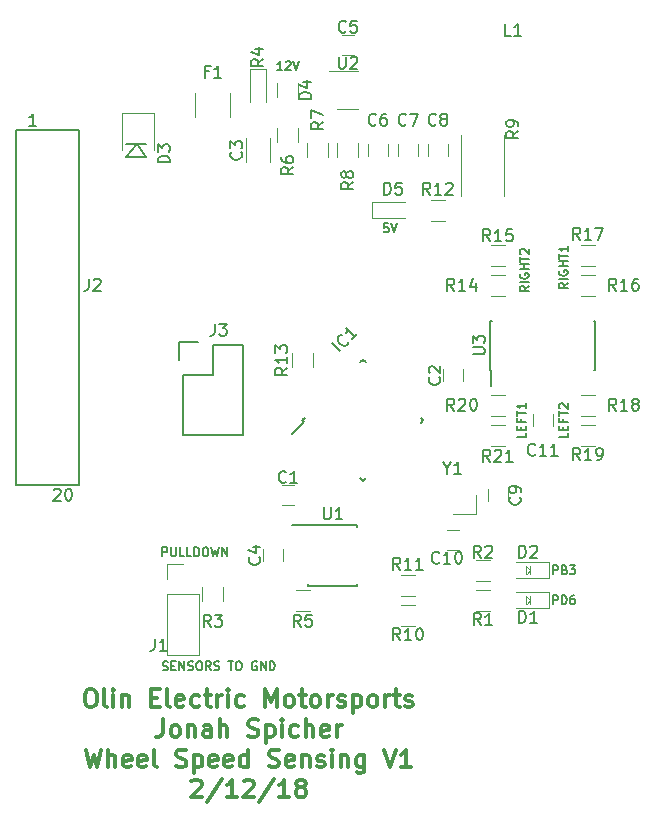
<source format=gbr>
G04 #@! TF.FileFunction,Legend,Top*
%FSLAX46Y46*%
G04 Gerber Fmt 4.6, Leading zero omitted, Abs format (unit mm)*
G04 Created by KiCad (PCBNEW 4.0.7-e2-6376~58~ubuntu16.04.1) date Mon Feb 12 21:41:58 2018*
%MOMM*%
%LPD*%
G01*
G04 APERTURE LIST*
%ADD10C,0.100000*%
%ADD11C,0.300000*%
%ADD12C,0.147600*%
%ADD13C,0.146400*%
%ADD14C,0.120000*%
%ADD15C,0.200000*%
%ADD16C,0.150000*%
G04 APERTURE END LIST*
D10*
D11*
X192712286Y-118035571D02*
X192998000Y-118035571D01*
X193140858Y-118107000D01*
X193283715Y-118249857D01*
X193355143Y-118535571D01*
X193355143Y-119035571D01*
X193283715Y-119321286D01*
X193140858Y-119464143D01*
X192998000Y-119535571D01*
X192712286Y-119535571D01*
X192569429Y-119464143D01*
X192426572Y-119321286D01*
X192355143Y-119035571D01*
X192355143Y-118535571D01*
X192426572Y-118249857D01*
X192569429Y-118107000D01*
X192712286Y-118035571D01*
X194212287Y-119535571D02*
X194069429Y-119464143D01*
X193998001Y-119321286D01*
X193998001Y-118035571D01*
X194783715Y-119535571D02*
X194783715Y-118535571D01*
X194783715Y-118035571D02*
X194712286Y-118107000D01*
X194783715Y-118178429D01*
X194855143Y-118107000D01*
X194783715Y-118035571D01*
X194783715Y-118178429D01*
X195498001Y-118535571D02*
X195498001Y-119535571D01*
X195498001Y-118678429D02*
X195569429Y-118607000D01*
X195712287Y-118535571D01*
X195926572Y-118535571D01*
X196069429Y-118607000D01*
X196140858Y-118749857D01*
X196140858Y-119535571D01*
X197998001Y-118749857D02*
X198498001Y-118749857D01*
X198712287Y-119535571D02*
X197998001Y-119535571D01*
X197998001Y-118035571D01*
X198712287Y-118035571D01*
X199569430Y-119535571D02*
X199426572Y-119464143D01*
X199355144Y-119321286D01*
X199355144Y-118035571D01*
X200712286Y-119464143D02*
X200569429Y-119535571D01*
X200283715Y-119535571D01*
X200140858Y-119464143D01*
X200069429Y-119321286D01*
X200069429Y-118749857D01*
X200140858Y-118607000D01*
X200283715Y-118535571D01*
X200569429Y-118535571D01*
X200712286Y-118607000D01*
X200783715Y-118749857D01*
X200783715Y-118892714D01*
X200069429Y-119035571D01*
X202069429Y-119464143D02*
X201926572Y-119535571D01*
X201640858Y-119535571D01*
X201498000Y-119464143D01*
X201426572Y-119392714D01*
X201355143Y-119249857D01*
X201355143Y-118821286D01*
X201426572Y-118678429D01*
X201498000Y-118607000D01*
X201640858Y-118535571D01*
X201926572Y-118535571D01*
X202069429Y-118607000D01*
X202498000Y-118535571D02*
X203069429Y-118535571D01*
X202712286Y-118035571D02*
X202712286Y-119321286D01*
X202783714Y-119464143D01*
X202926572Y-119535571D01*
X203069429Y-119535571D01*
X203569429Y-119535571D02*
X203569429Y-118535571D01*
X203569429Y-118821286D02*
X203640857Y-118678429D01*
X203712286Y-118607000D01*
X203855143Y-118535571D01*
X203998000Y-118535571D01*
X204498000Y-119535571D02*
X204498000Y-118535571D01*
X204498000Y-118035571D02*
X204426571Y-118107000D01*
X204498000Y-118178429D01*
X204569428Y-118107000D01*
X204498000Y-118035571D01*
X204498000Y-118178429D01*
X205855143Y-119464143D02*
X205712286Y-119535571D01*
X205426572Y-119535571D01*
X205283714Y-119464143D01*
X205212286Y-119392714D01*
X205140857Y-119249857D01*
X205140857Y-118821286D01*
X205212286Y-118678429D01*
X205283714Y-118607000D01*
X205426572Y-118535571D01*
X205712286Y-118535571D01*
X205855143Y-118607000D01*
X207640857Y-119535571D02*
X207640857Y-118035571D01*
X208140857Y-119107000D01*
X208640857Y-118035571D01*
X208640857Y-119535571D01*
X209569429Y-119535571D02*
X209426571Y-119464143D01*
X209355143Y-119392714D01*
X209283714Y-119249857D01*
X209283714Y-118821286D01*
X209355143Y-118678429D01*
X209426571Y-118607000D01*
X209569429Y-118535571D01*
X209783714Y-118535571D01*
X209926571Y-118607000D01*
X209998000Y-118678429D01*
X210069429Y-118821286D01*
X210069429Y-119249857D01*
X209998000Y-119392714D01*
X209926571Y-119464143D01*
X209783714Y-119535571D01*
X209569429Y-119535571D01*
X210498000Y-118535571D02*
X211069429Y-118535571D01*
X210712286Y-118035571D02*
X210712286Y-119321286D01*
X210783714Y-119464143D01*
X210926572Y-119535571D01*
X211069429Y-119535571D01*
X211783715Y-119535571D02*
X211640857Y-119464143D01*
X211569429Y-119392714D01*
X211498000Y-119249857D01*
X211498000Y-118821286D01*
X211569429Y-118678429D01*
X211640857Y-118607000D01*
X211783715Y-118535571D01*
X211998000Y-118535571D01*
X212140857Y-118607000D01*
X212212286Y-118678429D01*
X212283715Y-118821286D01*
X212283715Y-119249857D01*
X212212286Y-119392714D01*
X212140857Y-119464143D01*
X211998000Y-119535571D01*
X211783715Y-119535571D01*
X212926572Y-119535571D02*
X212926572Y-118535571D01*
X212926572Y-118821286D02*
X212998000Y-118678429D01*
X213069429Y-118607000D01*
X213212286Y-118535571D01*
X213355143Y-118535571D01*
X213783714Y-119464143D02*
X213926571Y-119535571D01*
X214212286Y-119535571D01*
X214355143Y-119464143D01*
X214426571Y-119321286D01*
X214426571Y-119249857D01*
X214355143Y-119107000D01*
X214212286Y-119035571D01*
X213998000Y-119035571D01*
X213855143Y-118964143D01*
X213783714Y-118821286D01*
X213783714Y-118749857D01*
X213855143Y-118607000D01*
X213998000Y-118535571D01*
X214212286Y-118535571D01*
X214355143Y-118607000D01*
X215069429Y-118535571D02*
X215069429Y-120035571D01*
X215069429Y-118607000D02*
X215212286Y-118535571D01*
X215498000Y-118535571D01*
X215640857Y-118607000D01*
X215712286Y-118678429D01*
X215783715Y-118821286D01*
X215783715Y-119249857D01*
X215712286Y-119392714D01*
X215640857Y-119464143D01*
X215498000Y-119535571D01*
X215212286Y-119535571D01*
X215069429Y-119464143D01*
X216640858Y-119535571D02*
X216498000Y-119464143D01*
X216426572Y-119392714D01*
X216355143Y-119249857D01*
X216355143Y-118821286D01*
X216426572Y-118678429D01*
X216498000Y-118607000D01*
X216640858Y-118535571D01*
X216855143Y-118535571D01*
X216998000Y-118607000D01*
X217069429Y-118678429D01*
X217140858Y-118821286D01*
X217140858Y-119249857D01*
X217069429Y-119392714D01*
X216998000Y-119464143D01*
X216855143Y-119535571D01*
X216640858Y-119535571D01*
X217783715Y-119535571D02*
X217783715Y-118535571D01*
X217783715Y-118821286D02*
X217855143Y-118678429D01*
X217926572Y-118607000D01*
X218069429Y-118535571D01*
X218212286Y-118535571D01*
X218498000Y-118535571D02*
X219069429Y-118535571D01*
X218712286Y-118035571D02*
X218712286Y-119321286D01*
X218783714Y-119464143D01*
X218926572Y-119535571D01*
X219069429Y-119535571D01*
X219498000Y-119464143D02*
X219640857Y-119535571D01*
X219926572Y-119535571D01*
X220069429Y-119464143D01*
X220140857Y-119321286D01*
X220140857Y-119249857D01*
X220069429Y-119107000D01*
X219926572Y-119035571D01*
X219712286Y-119035571D01*
X219569429Y-118964143D01*
X219498000Y-118821286D01*
X219498000Y-118749857D01*
X219569429Y-118607000D01*
X219712286Y-118535571D01*
X219926572Y-118535571D01*
X220069429Y-118607000D01*
X198998000Y-120585571D02*
X198998000Y-121657000D01*
X198926572Y-121871286D01*
X198783715Y-122014143D01*
X198569429Y-122085571D01*
X198426572Y-122085571D01*
X199926572Y-122085571D02*
X199783714Y-122014143D01*
X199712286Y-121942714D01*
X199640857Y-121799857D01*
X199640857Y-121371286D01*
X199712286Y-121228429D01*
X199783714Y-121157000D01*
X199926572Y-121085571D01*
X200140857Y-121085571D01*
X200283714Y-121157000D01*
X200355143Y-121228429D01*
X200426572Y-121371286D01*
X200426572Y-121799857D01*
X200355143Y-121942714D01*
X200283714Y-122014143D01*
X200140857Y-122085571D01*
X199926572Y-122085571D01*
X201069429Y-121085571D02*
X201069429Y-122085571D01*
X201069429Y-121228429D02*
X201140857Y-121157000D01*
X201283715Y-121085571D01*
X201498000Y-121085571D01*
X201640857Y-121157000D01*
X201712286Y-121299857D01*
X201712286Y-122085571D01*
X203069429Y-122085571D02*
X203069429Y-121299857D01*
X202998000Y-121157000D01*
X202855143Y-121085571D01*
X202569429Y-121085571D01*
X202426572Y-121157000D01*
X203069429Y-122014143D02*
X202926572Y-122085571D01*
X202569429Y-122085571D01*
X202426572Y-122014143D01*
X202355143Y-121871286D01*
X202355143Y-121728429D01*
X202426572Y-121585571D01*
X202569429Y-121514143D01*
X202926572Y-121514143D01*
X203069429Y-121442714D01*
X203783715Y-122085571D02*
X203783715Y-120585571D01*
X204426572Y-122085571D02*
X204426572Y-121299857D01*
X204355143Y-121157000D01*
X204212286Y-121085571D01*
X203998001Y-121085571D01*
X203855143Y-121157000D01*
X203783715Y-121228429D01*
X206212286Y-122014143D02*
X206426572Y-122085571D01*
X206783715Y-122085571D01*
X206926572Y-122014143D01*
X206998001Y-121942714D01*
X207069429Y-121799857D01*
X207069429Y-121657000D01*
X206998001Y-121514143D01*
X206926572Y-121442714D01*
X206783715Y-121371286D01*
X206498001Y-121299857D01*
X206355143Y-121228429D01*
X206283715Y-121157000D01*
X206212286Y-121014143D01*
X206212286Y-120871286D01*
X206283715Y-120728429D01*
X206355143Y-120657000D01*
X206498001Y-120585571D01*
X206855143Y-120585571D01*
X207069429Y-120657000D01*
X207712286Y-121085571D02*
X207712286Y-122585571D01*
X207712286Y-121157000D02*
X207855143Y-121085571D01*
X208140857Y-121085571D01*
X208283714Y-121157000D01*
X208355143Y-121228429D01*
X208426572Y-121371286D01*
X208426572Y-121799857D01*
X208355143Y-121942714D01*
X208283714Y-122014143D01*
X208140857Y-122085571D01*
X207855143Y-122085571D01*
X207712286Y-122014143D01*
X209069429Y-122085571D02*
X209069429Y-121085571D01*
X209069429Y-120585571D02*
X208998000Y-120657000D01*
X209069429Y-120728429D01*
X209140857Y-120657000D01*
X209069429Y-120585571D01*
X209069429Y-120728429D01*
X210426572Y-122014143D02*
X210283715Y-122085571D01*
X209998001Y-122085571D01*
X209855143Y-122014143D01*
X209783715Y-121942714D01*
X209712286Y-121799857D01*
X209712286Y-121371286D01*
X209783715Y-121228429D01*
X209855143Y-121157000D01*
X209998001Y-121085571D01*
X210283715Y-121085571D01*
X210426572Y-121157000D01*
X211069429Y-122085571D02*
X211069429Y-120585571D01*
X211712286Y-122085571D02*
X211712286Y-121299857D01*
X211640857Y-121157000D01*
X211498000Y-121085571D01*
X211283715Y-121085571D01*
X211140857Y-121157000D01*
X211069429Y-121228429D01*
X212998000Y-122014143D02*
X212855143Y-122085571D01*
X212569429Y-122085571D01*
X212426572Y-122014143D01*
X212355143Y-121871286D01*
X212355143Y-121299857D01*
X212426572Y-121157000D01*
X212569429Y-121085571D01*
X212855143Y-121085571D01*
X212998000Y-121157000D01*
X213069429Y-121299857D01*
X213069429Y-121442714D01*
X212355143Y-121585571D01*
X213712286Y-122085571D02*
X213712286Y-121085571D01*
X213712286Y-121371286D02*
X213783714Y-121228429D01*
X213855143Y-121157000D01*
X213998000Y-121085571D01*
X214140857Y-121085571D01*
X192462287Y-123135571D02*
X192819430Y-124635571D01*
X193105144Y-123564143D01*
X193390858Y-124635571D01*
X193748001Y-123135571D01*
X194319430Y-124635571D02*
X194319430Y-123135571D01*
X194962287Y-124635571D02*
X194962287Y-123849857D01*
X194890858Y-123707000D01*
X194748001Y-123635571D01*
X194533716Y-123635571D01*
X194390858Y-123707000D01*
X194319430Y-123778429D01*
X196248001Y-124564143D02*
X196105144Y-124635571D01*
X195819430Y-124635571D01*
X195676573Y-124564143D01*
X195605144Y-124421286D01*
X195605144Y-123849857D01*
X195676573Y-123707000D01*
X195819430Y-123635571D01*
X196105144Y-123635571D01*
X196248001Y-123707000D01*
X196319430Y-123849857D01*
X196319430Y-123992714D01*
X195605144Y-124135571D01*
X197533715Y-124564143D02*
X197390858Y-124635571D01*
X197105144Y-124635571D01*
X196962287Y-124564143D01*
X196890858Y-124421286D01*
X196890858Y-123849857D01*
X196962287Y-123707000D01*
X197105144Y-123635571D01*
X197390858Y-123635571D01*
X197533715Y-123707000D01*
X197605144Y-123849857D01*
X197605144Y-123992714D01*
X196890858Y-124135571D01*
X198462287Y-124635571D02*
X198319429Y-124564143D01*
X198248001Y-124421286D01*
X198248001Y-123135571D01*
X200105143Y-124564143D02*
X200319429Y-124635571D01*
X200676572Y-124635571D01*
X200819429Y-124564143D01*
X200890858Y-124492714D01*
X200962286Y-124349857D01*
X200962286Y-124207000D01*
X200890858Y-124064143D01*
X200819429Y-123992714D01*
X200676572Y-123921286D01*
X200390858Y-123849857D01*
X200248000Y-123778429D01*
X200176572Y-123707000D01*
X200105143Y-123564143D01*
X200105143Y-123421286D01*
X200176572Y-123278429D01*
X200248000Y-123207000D01*
X200390858Y-123135571D01*
X200748000Y-123135571D01*
X200962286Y-123207000D01*
X201605143Y-123635571D02*
X201605143Y-125135571D01*
X201605143Y-123707000D02*
X201748000Y-123635571D01*
X202033714Y-123635571D01*
X202176571Y-123707000D01*
X202248000Y-123778429D01*
X202319429Y-123921286D01*
X202319429Y-124349857D01*
X202248000Y-124492714D01*
X202176571Y-124564143D01*
X202033714Y-124635571D01*
X201748000Y-124635571D01*
X201605143Y-124564143D01*
X203533714Y-124564143D02*
X203390857Y-124635571D01*
X203105143Y-124635571D01*
X202962286Y-124564143D01*
X202890857Y-124421286D01*
X202890857Y-123849857D01*
X202962286Y-123707000D01*
X203105143Y-123635571D01*
X203390857Y-123635571D01*
X203533714Y-123707000D01*
X203605143Y-123849857D01*
X203605143Y-123992714D01*
X202890857Y-124135571D01*
X204819428Y-124564143D02*
X204676571Y-124635571D01*
X204390857Y-124635571D01*
X204248000Y-124564143D01*
X204176571Y-124421286D01*
X204176571Y-123849857D01*
X204248000Y-123707000D01*
X204390857Y-123635571D01*
X204676571Y-123635571D01*
X204819428Y-123707000D01*
X204890857Y-123849857D01*
X204890857Y-123992714D01*
X204176571Y-124135571D01*
X206176571Y-124635571D02*
X206176571Y-123135571D01*
X206176571Y-124564143D02*
X206033714Y-124635571D01*
X205748000Y-124635571D01*
X205605142Y-124564143D01*
X205533714Y-124492714D01*
X205462285Y-124349857D01*
X205462285Y-123921286D01*
X205533714Y-123778429D01*
X205605142Y-123707000D01*
X205748000Y-123635571D01*
X206033714Y-123635571D01*
X206176571Y-123707000D01*
X207962285Y-124564143D02*
X208176571Y-124635571D01*
X208533714Y-124635571D01*
X208676571Y-124564143D01*
X208748000Y-124492714D01*
X208819428Y-124349857D01*
X208819428Y-124207000D01*
X208748000Y-124064143D01*
X208676571Y-123992714D01*
X208533714Y-123921286D01*
X208248000Y-123849857D01*
X208105142Y-123778429D01*
X208033714Y-123707000D01*
X207962285Y-123564143D01*
X207962285Y-123421286D01*
X208033714Y-123278429D01*
X208105142Y-123207000D01*
X208248000Y-123135571D01*
X208605142Y-123135571D01*
X208819428Y-123207000D01*
X210033713Y-124564143D02*
X209890856Y-124635571D01*
X209605142Y-124635571D01*
X209462285Y-124564143D01*
X209390856Y-124421286D01*
X209390856Y-123849857D01*
X209462285Y-123707000D01*
X209605142Y-123635571D01*
X209890856Y-123635571D01*
X210033713Y-123707000D01*
X210105142Y-123849857D01*
X210105142Y-123992714D01*
X209390856Y-124135571D01*
X210747999Y-123635571D02*
X210747999Y-124635571D01*
X210747999Y-123778429D02*
X210819427Y-123707000D01*
X210962285Y-123635571D01*
X211176570Y-123635571D01*
X211319427Y-123707000D01*
X211390856Y-123849857D01*
X211390856Y-124635571D01*
X212033713Y-124564143D02*
X212176570Y-124635571D01*
X212462285Y-124635571D01*
X212605142Y-124564143D01*
X212676570Y-124421286D01*
X212676570Y-124349857D01*
X212605142Y-124207000D01*
X212462285Y-124135571D01*
X212247999Y-124135571D01*
X212105142Y-124064143D01*
X212033713Y-123921286D01*
X212033713Y-123849857D01*
X212105142Y-123707000D01*
X212247999Y-123635571D01*
X212462285Y-123635571D01*
X212605142Y-123707000D01*
X213319428Y-124635571D02*
X213319428Y-123635571D01*
X213319428Y-123135571D02*
X213247999Y-123207000D01*
X213319428Y-123278429D01*
X213390856Y-123207000D01*
X213319428Y-123135571D01*
X213319428Y-123278429D01*
X214033714Y-123635571D02*
X214033714Y-124635571D01*
X214033714Y-123778429D02*
X214105142Y-123707000D01*
X214248000Y-123635571D01*
X214462285Y-123635571D01*
X214605142Y-123707000D01*
X214676571Y-123849857D01*
X214676571Y-124635571D01*
X216033714Y-123635571D02*
X216033714Y-124849857D01*
X215962285Y-124992714D01*
X215890857Y-125064143D01*
X215748000Y-125135571D01*
X215533714Y-125135571D01*
X215390857Y-125064143D01*
X216033714Y-124564143D02*
X215890857Y-124635571D01*
X215605143Y-124635571D01*
X215462285Y-124564143D01*
X215390857Y-124492714D01*
X215319428Y-124349857D01*
X215319428Y-123921286D01*
X215390857Y-123778429D01*
X215462285Y-123707000D01*
X215605143Y-123635571D01*
X215890857Y-123635571D01*
X216033714Y-123707000D01*
X217676571Y-123135571D02*
X218176571Y-124635571D01*
X218676571Y-123135571D01*
X219962285Y-124635571D02*
X219105142Y-124635571D01*
X219533714Y-124635571D02*
X219533714Y-123135571D01*
X219390857Y-123349857D01*
X219247999Y-123492714D01*
X219105142Y-123564143D01*
X201390858Y-125828429D02*
X201462287Y-125757000D01*
X201605144Y-125685571D01*
X201962287Y-125685571D01*
X202105144Y-125757000D01*
X202176573Y-125828429D01*
X202248001Y-125971286D01*
X202248001Y-126114143D01*
X202176573Y-126328429D01*
X201319430Y-127185571D01*
X202248001Y-127185571D01*
X203962286Y-125614143D02*
X202676572Y-127542714D01*
X205248001Y-127185571D02*
X204390858Y-127185571D01*
X204819430Y-127185571D02*
X204819430Y-125685571D01*
X204676573Y-125899857D01*
X204533715Y-126042714D01*
X204390858Y-126114143D01*
X205819429Y-125828429D02*
X205890858Y-125757000D01*
X206033715Y-125685571D01*
X206390858Y-125685571D01*
X206533715Y-125757000D01*
X206605144Y-125828429D01*
X206676572Y-125971286D01*
X206676572Y-126114143D01*
X206605144Y-126328429D01*
X205748001Y-127185571D01*
X206676572Y-127185571D01*
X208390857Y-125614143D02*
X207105143Y-127542714D01*
X209676572Y-127185571D02*
X208819429Y-127185571D01*
X209248001Y-127185571D02*
X209248001Y-125685571D01*
X209105144Y-125899857D01*
X208962286Y-126042714D01*
X208819429Y-126114143D01*
X210533715Y-126328429D02*
X210390857Y-126257000D01*
X210319429Y-126185571D01*
X210248000Y-126042714D01*
X210248000Y-125971286D01*
X210319429Y-125828429D01*
X210390857Y-125757000D01*
X210533715Y-125685571D01*
X210819429Y-125685571D01*
X210962286Y-125757000D01*
X211033715Y-125828429D01*
X211105143Y-125971286D01*
X211105143Y-126042714D01*
X211033715Y-126185571D01*
X210962286Y-126257000D01*
X210819429Y-126328429D01*
X210533715Y-126328429D01*
X210390857Y-126399857D01*
X210319429Y-126471286D01*
X210248000Y-126614143D01*
X210248000Y-126899857D01*
X210319429Y-127042714D01*
X210390857Y-127114143D01*
X210533715Y-127185571D01*
X210819429Y-127185571D01*
X210962286Y-127114143D01*
X211033715Y-127042714D01*
X211105143Y-126899857D01*
X211105143Y-126614143D01*
X211033715Y-126471286D01*
X210962286Y-126399857D01*
X210819429Y-126328429D01*
D12*
X209093144Y-65611857D02*
X208671429Y-65611857D01*
X208882287Y-65611857D02*
X208882287Y-64873857D01*
X208812001Y-64979286D01*
X208741715Y-65049571D01*
X208671429Y-65084714D01*
X209374286Y-64944143D02*
X209409429Y-64909000D01*
X209479715Y-64873857D01*
X209655429Y-64873857D01*
X209725715Y-64909000D01*
X209760858Y-64944143D01*
X209796001Y-65014429D01*
X209796001Y-65084714D01*
X209760858Y-65190143D01*
X209339144Y-65611857D01*
X209796001Y-65611857D01*
X210006858Y-64873857D02*
X210252858Y-65611857D01*
X210498858Y-64873857D01*
X218045429Y-78589857D02*
X217694000Y-78589857D01*
X217658857Y-78941286D01*
X217694000Y-78906143D01*
X217764286Y-78871000D01*
X217940000Y-78871000D01*
X218010286Y-78906143D01*
X218045429Y-78941286D01*
X218080572Y-79011571D01*
X218080572Y-79187286D01*
X218045429Y-79257571D01*
X218010286Y-79292714D01*
X217940000Y-79327857D01*
X217764286Y-79327857D01*
X217694000Y-79292714D01*
X217658857Y-79257571D01*
X218291429Y-78589857D02*
X218537429Y-79327857D01*
X218783429Y-78589857D01*
X229695857Y-96304285D02*
X229695857Y-96655714D01*
X228957857Y-96655714D01*
X229309286Y-96058285D02*
X229309286Y-95812285D01*
X229695857Y-95706856D02*
X229695857Y-96058285D01*
X228957857Y-96058285D01*
X228957857Y-95706856D01*
X229309286Y-95144571D02*
X229309286Y-95390571D01*
X229695857Y-95390571D02*
X228957857Y-95390571D01*
X228957857Y-95039142D01*
X228957857Y-94863428D02*
X228957857Y-94441714D01*
X229695857Y-94652571D02*
X228957857Y-94652571D01*
X229695857Y-93809142D02*
X229695857Y-94230857D01*
X229695857Y-94019999D02*
X228957857Y-94019999D01*
X229063286Y-94090285D01*
X229133571Y-94160571D01*
X229168714Y-94230857D01*
X233251857Y-96304285D02*
X233251857Y-96655714D01*
X232513857Y-96655714D01*
X232865286Y-96058285D02*
X232865286Y-95812285D01*
X233251857Y-95706856D02*
X233251857Y-96058285D01*
X232513857Y-96058285D01*
X232513857Y-95706856D01*
X232865286Y-95144571D02*
X232865286Y-95390571D01*
X233251857Y-95390571D02*
X232513857Y-95390571D01*
X232513857Y-95039142D01*
X232513857Y-94863428D02*
X232513857Y-94441714D01*
X233251857Y-94652571D02*
X232513857Y-94652571D01*
X232584143Y-94230857D02*
X232549000Y-94195714D01*
X232513857Y-94125428D01*
X232513857Y-93949714D01*
X232549000Y-93879428D01*
X232584143Y-93844285D01*
X232654429Y-93809142D01*
X232724714Y-93809142D01*
X232830143Y-93844285D01*
X233251857Y-94265999D01*
X233251857Y-93809142D01*
X229949857Y-83885428D02*
X229598429Y-84131428D01*
X229949857Y-84307143D02*
X229211857Y-84307143D01*
X229211857Y-84026000D01*
X229247000Y-83955714D01*
X229282143Y-83920571D01*
X229352429Y-83885428D01*
X229457857Y-83885428D01*
X229528143Y-83920571D01*
X229563286Y-83955714D01*
X229598429Y-84026000D01*
X229598429Y-84307143D01*
X229949857Y-83569143D02*
X229211857Y-83569143D01*
X229247000Y-82831142D02*
X229211857Y-82901428D01*
X229211857Y-83006857D01*
X229247000Y-83112285D01*
X229317286Y-83182571D01*
X229387571Y-83217714D01*
X229528143Y-83252857D01*
X229633571Y-83252857D01*
X229774143Y-83217714D01*
X229844429Y-83182571D01*
X229914714Y-83112285D01*
X229949857Y-83006857D01*
X229949857Y-82936571D01*
X229914714Y-82831142D01*
X229879571Y-82795999D01*
X229633571Y-82795999D01*
X229633571Y-82936571D01*
X229949857Y-82479714D02*
X229211857Y-82479714D01*
X229563286Y-82479714D02*
X229563286Y-82057999D01*
X229949857Y-82057999D02*
X229211857Y-82057999D01*
X229211857Y-81811999D02*
X229211857Y-81390285D01*
X229949857Y-81601142D02*
X229211857Y-81601142D01*
X229282143Y-81179428D02*
X229247000Y-81144285D01*
X229211857Y-81073999D01*
X229211857Y-80898285D01*
X229247000Y-80827999D01*
X229282143Y-80792856D01*
X229352429Y-80757713D01*
X229422714Y-80757713D01*
X229528143Y-80792856D01*
X229949857Y-81214570D01*
X229949857Y-80757713D01*
X233251857Y-83631428D02*
X232900429Y-83877428D01*
X233251857Y-84053143D02*
X232513857Y-84053143D01*
X232513857Y-83772000D01*
X232549000Y-83701714D01*
X232584143Y-83666571D01*
X232654429Y-83631428D01*
X232759857Y-83631428D01*
X232830143Y-83666571D01*
X232865286Y-83701714D01*
X232900429Y-83772000D01*
X232900429Y-84053143D01*
X233251857Y-83315143D02*
X232513857Y-83315143D01*
X232549000Y-82577142D02*
X232513857Y-82647428D01*
X232513857Y-82752857D01*
X232549000Y-82858285D01*
X232619286Y-82928571D01*
X232689571Y-82963714D01*
X232830143Y-82998857D01*
X232935571Y-82998857D01*
X233076143Y-82963714D01*
X233146429Y-82928571D01*
X233216714Y-82858285D01*
X233251857Y-82752857D01*
X233251857Y-82682571D01*
X233216714Y-82577142D01*
X233181571Y-82541999D01*
X232935571Y-82541999D01*
X232935571Y-82682571D01*
X233251857Y-82225714D02*
X232513857Y-82225714D01*
X232865286Y-82225714D02*
X232865286Y-81803999D01*
X233251857Y-81803999D02*
X232513857Y-81803999D01*
X232513857Y-81557999D02*
X232513857Y-81136285D01*
X233251857Y-81347142D02*
X232513857Y-81347142D01*
X233251857Y-80503713D02*
X233251857Y-80925428D01*
X233251857Y-80714570D02*
X232513857Y-80714570D01*
X232619286Y-80784856D01*
X232689571Y-80855142D01*
X232724714Y-80925428D01*
D13*
X232004286Y-110823857D02*
X232004286Y-110085857D01*
X232285429Y-110085857D01*
X232355715Y-110121000D01*
X232390858Y-110156143D01*
X232426001Y-110226429D01*
X232426001Y-110331857D01*
X232390858Y-110402143D01*
X232355715Y-110437286D01*
X232285429Y-110472429D01*
X232004286Y-110472429D01*
X232742286Y-110823857D02*
X232742286Y-110085857D01*
X232918001Y-110085857D01*
X233023429Y-110121000D01*
X233093715Y-110191286D01*
X233128858Y-110261571D01*
X233164001Y-110402143D01*
X233164001Y-110507571D01*
X233128858Y-110648143D01*
X233093715Y-110718429D01*
X233023429Y-110788714D01*
X232918001Y-110823857D01*
X232742286Y-110823857D01*
X233796572Y-110085857D02*
X233656001Y-110085857D01*
X233585715Y-110121000D01*
X233550572Y-110156143D01*
X233480286Y-110261571D01*
X233445143Y-110402143D01*
X233445143Y-110683286D01*
X233480286Y-110753571D01*
X233515429Y-110788714D01*
X233585715Y-110823857D01*
X233726286Y-110823857D01*
X233796572Y-110788714D01*
X233831715Y-110753571D01*
X233866858Y-110683286D01*
X233866858Y-110507571D01*
X233831715Y-110437286D01*
X233796572Y-110402143D01*
X233726286Y-110367000D01*
X233585715Y-110367000D01*
X233515429Y-110402143D01*
X233480286Y-110437286D01*
X233445143Y-110507571D01*
D12*
X232004286Y-108283857D02*
X232004286Y-107545857D01*
X232285429Y-107545857D01*
X232355715Y-107581000D01*
X232390858Y-107616143D01*
X232426001Y-107686429D01*
X232426001Y-107791857D01*
X232390858Y-107862143D01*
X232355715Y-107897286D01*
X232285429Y-107932429D01*
X232004286Y-107932429D01*
X232988286Y-107897286D02*
X233093715Y-107932429D01*
X233128858Y-107967571D01*
X233164001Y-108037857D01*
X233164001Y-108143286D01*
X233128858Y-108213571D01*
X233093715Y-108248714D01*
X233023429Y-108283857D01*
X232742286Y-108283857D01*
X232742286Y-107545857D01*
X232988286Y-107545857D01*
X233058572Y-107581000D01*
X233093715Y-107616143D01*
X233128858Y-107686429D01*
X233128858Y-107756714D01*
X233093715Y-107827000D01*
X233058572Y-107862143D01*
X232988286Y-107897286D01*
X232742286Y-107897286D01*
X233410001Y-107545857D02*
X233866858Y-107545857D01*
X233620858Y-107827000D01*
X233726286Y-107827000D01*
X233796572Y-107862143D01*
X233831715Y-107897286D01*
X233866858Y-107967571D01*
X233866858Y-108143286D01*
X233831715Y-108213571D01*
X233796572Y-108248714D01*
X233726286Y-108283857D01*
X233515429Y-108283857D01*
X233445143Y-108248714D01*
X233410001Y-108213571D01*
X198934856Y-106759857D02*
X198934856Y-106021857D01*
X199215999Y-106021857D01*
X199286285Y-106057000D01*
X199321428Y-106092143D01*
X199356571Y-106162429D01*
X199356571Y-106267857D01*
X199321428Y-106338143D01*
X199286285Y-106373286D01*
X199215999Y-106408429D01*
X198934856Y-106408429D01*
X199672856Y-106021857D02*
X199672856Y-106619286D01*
X199707999Y-106689571D01*
X199743142Y-106724714D01*
X199813428Y-106759857D01*
X199953999Y-106759857D01*
X200024285Y-106724714D01*
X200059428Y-106689571D01*
X200094571Y-106619286D01*
X200094571Y-106021857D01*
X200797428Y-106759857D02*
X200445999Y-106759857D01*
X200445999Y-106021857D01*
X201394857Y-106759857D02*
X201043428Y-106759857D01*
X201043428Y-106021857D01*
X201640857Y-106759857D02*
X201640857Y-106021857D01*
X201816572Y-106021857D01*
X201922000Y-106057000D01*
X201992286Y-106127286D01*
X202027429Y-106197571D01*
X202062572Y-106338143D01*
X202062572Y-106443571D01*
X202027429Y-106584143D01*
X201992286Y-106654429D01*
X201922000Y-106724714D01*
X201816572Y-106759857D01*
X201640857Y-106759857D01*
X202519429Y-106021857D02*
X202660000Y-106021857D01*
X202730286Y-106057000D01*
X202800572Y-106127286D01*
X202835714Y-106267857D01*
X202835714Y-106513857D01*
X202800572Y-106654429D01*
X202730286Y-106724714D01*
X202660000Y-106759857D01*
X202519429Y-106759857D01*
X202449143Y-106724714D01*
X202378857Y-106654429D01*
X202343714Y-106513857D01*
X202343714Y-106267857D01*
X202378857Y-106127286D01*
X202449143Y-106057000D01*
X202519429Y-106021857D01*
X203081715Y-106021857D02*
X203257429Y-106759857D01*
X203398000Y-106232714D01*
X203538572Y-106759857D01*
X203714286Y-106021857D01*
X203995429Y-106759857D02*
X203995429Y-106021857D01*
X204417144Y-106759857D01*
X204417144Y-106021857D01*
X198963714Y-116376714D02*
X199069143Y-116411857D01*
X199244857Y-116411857D01*
X199315143Y-116376714D01*
X199350286Y-116341571D01*
X199385429Y-116271286D01*
X199385429Y-116201000D01*
X199350286Y-116130714D01*
X199315143Y-116095571D01*
X199244857Y-116060429D01*
X199104286Y-116025286D01*
X199034000Y-115990143D01*
X198998857Y-115955000D01*
X198963714Y-115884714D01*
X198963714Y-115814429D01*
X198998857Y-115744143D01*
X199034000Y-115709000D01*
X199104286Y-115673857D01*
X199280000Y-115673857D01*
X199385429Y-115709000D01*
X199701714Y-116025286D02*
X199947714Y-116025286D01*
X200053143Y-116411857D02*
X199701714Y-116411857D01*
X199701714Y-115673857D01*
X200053143Y-115673857D01*
X200369428Y-116411857D02*
X200369428Y-115673857D01*
X200791143Y-116411857D01*
X200791143Y-115673857D01*
X201107428Y-116376714D02*
X201212857Y-116411857D01*
X201388571Y-116411857D01*
X201458857Y-116376714D01*
X201494000Y-116341571D01*
X201529143Y-116271286D01*
X201529143Y-116201000D01*
X201494000Y-116130714D01*
X201458857Y-116095571D01*
X201388571Y-116060429D01*
X201248000Y-116025286D01*
X201177714Y-115990143D01*
X201142571Y-115955000D01*
X201107428Y-115884714D01*
X201107428Y-115814429D01*
X201142571Y-115744143D01*
X201177714Y-115709000D01*
X201248000Y-115673857D01*
X201423714Y-115673857D01*
X201529143Y-115709000D01*
X201986000Y-115673857D02*
X202126571Y-115673857D01*
X202196857Y-115709000D01*
X202267143Y-115779286D01*
X202302285Y-115919857D01*
X202302285Y-116165857D01*
X202267143Y-116306429D01*
X202196857Y-116376714D01*
X202126571Y-116411857D01*
X201986000Y-116411857D01*
X201915714Y-116376714D01*
X201845428Y-116306429D01*
X201810285Y-116165857D01*
X201810285Y-115919857D01*
X201845428Y-115779286D01*
X201915714Y-115709000D01*
X201986000Y-115673857D01*
X203040286Y-116411857D02*
X202794286Y-116060429D01*
X202618571Y-116411857D02*
X202618571Y-115673857D01*
X202899714Y-115673857D01*
X202970000Y-115709000D01*
X203005143Y-115744143D01*
X203040286Y-115814429D01*
X203040286Y-115919857D01*
X203005143Y-115990143D01*
X202970000Y-116025286D01*
X202899714Y-116060429D01*
X202618571Y-116060429D01*
X203321428Y-116376714D02*
X203426857Y-116411857D01*
X203602571Y-116411857D01*
X203672857Y-116376714D01*
X203708000Y-116341571D01*
X203743143Y-116271286D01*
X203743143Y-116201000D01*
X203708000Y-116130714D01*
X203672857Y-116095571D01*
X203602571Y-116060429D01*
X203462000Y-116025286D01*
X203391714Y-115990143D01*
X203356571Y-115955000D01*
X203321428Y-115884714D01*
X203321428Y-115814429D01*
X203356571Y-115744143D01*
X203391714Y-115709000D01*
X203462000Y-115673857D01*
X203637714Y-115673857D01*
X203743143Y-115709000D01*
X204516286Y-115673857D02*
X204938000Y-115673857D01*
X204727143Y-116411857D02*
X204727143Y-115673857D01*
X205324572Y-115673857D02*
X205465143Y-115673857D01*
X205535429Y-115709000D01*
X205605715Y-115779286D01*
X205640857Y-115919857D01*
X205640857Y-116165857D01*
X205605715Y-116306429D01*
X205535429Y-116376714D01*
X205465143Y-116411857D01*
X205324572Y-116411857D01*
X205254286Y-116376714D01*
X205184000Y-116306429D01*
X205148857Y-116165857D01*
X205148857Y-115919857D01*
X205184000Y-115779286D01*
X205254286Y-115709000D01*
X205324572Y-115673857D01*
X206906001Y-115709000D02*
X206835715Y-115673857D01*
X206730286Y-115673857D01*
X206624858Y-115709000D01*
X206554572Y-115779286D01*
X206519429Y-115849571D01*
X206484286Y-115990143D01*
X206484286Y-116095571D01*
X206519429Y-116236143D01*
X206554572Y-116306429D01*
X206624858Y-116376714D01*
X206730286Y-116411857D01*
X206800572Y-116411857D01*
X206906001Y-116376714D01*
X206941144Y-116341571D01*
X206941144Y-116095571D01*
X206800572Y-116095571D01*
X207257429Y-116411857D02*
X207257429Y-115673857D01*
X207679144Y-116411857D01*
X207679144Y-115673857D01*
X208030572Y-116411857D02*
X208030572Y-115673857D01*
X208206287Y-115673857D01*
X208311715Y-115709000D01*
X208382001Y-115779286D01*
X208417144Y-115849571D01*
X208452287Y-115990143D01*
X208452287Y-116095571D01*
X208417144Y-116236143D01*
X208382001Y-116306429D01*
X208311715Y-116376714D01*
X208206287Y-116411857D01*
X208030572Y-116411857D01*
D14*
X210050000Y-100750000D02*
X209050000Y-100750000D01*
X209050000Y-102450000D02*
X210050000Y-102450000D01*
X222670000Y-90940000D02*
X222670000Y-91940000D01*
X224370000Y-91940000D02*
X224370000Y-90940000D01*
X208030000Y-73390000D02*
X208030000Y-71390000D01*
X205990000Y-71390000D02*
X205990000Y-73390000D01*
X207430000Y-106180000D02*
X207430000Y-107180000D01*
X209130000Y-107180000D02*
X209130000Y-106180000D01*
X214130000Y-64350000D02*
X215130000Y-64350000D01*
X215130000Y-62650000D02*
X214130000Y-62650000D01*
X218020000Y-72890000D02*
X218020000Y-71890000D01*
X216320000Y-71890000D02*
X216320000Y-72890000D01*
X220560000Y-72890000D02*
X220560000Y-71890000D01*
X218860000Y-71890000D02*
X218860000Y-72890000D01*
X223100000Y-72890000D02*
X223100000Y-71890000D01*
X221400000Y-71890000D02*
X221400000Y-72890000D01*
X228180000Y-102100000D02*
X228180000Y-101100000D01*
X226480000Y-101100000D02*
X226480000Y-102100000D01*
X224020000Y-104560000D02*
X223020000Y-104560000D01*
X223020000Y-106260000D02*
X224020000Y-106260000D01*
X231990000Y-95750000D02*
X231990000Y-94750000D01*
X230290000Y-94750000D02*
X230290000Y-95750000D01*
D10*
X230070000Y-110140000D02*
X230070000Y-110490000D01*
X230070000Y-110490000D02*
X230070000Y-110840000D01*
X229720000Y-110140000D02*
X230070000Y-110490000D01*
X229720000Y-110190000D02*
X229720000Y-110140000D01*
X229720000Y-110140000D02*
X229720000Y-110190000D01*
X229720000Y-110840000D02*
X229720000Y-110190000D01*
X229770000Y-110790000D02*
X229720000Y-110840000D01*
X230070000Y-110490000D02*
X229770000Y-110790000D01*
D14*
X231670000Y-111190000D02*
X231670000Y-109790000D01*
X231670000Y-109790000D02*
X228870000Y-109790000D01*
X231670000Y-111190000D02*
X228870000Y-111190000D01*
D10*
X230070000Y-107600000D02*
X230070000Y-107950000D01*
X230070000Y-107950000D02*
X230070000Y-108300000D01*
X229720000Y-107600000D02*
X230070000Y-107950000D01*
X229720000Y-107650000D02*
X229720000Y-107600000D01*
X229720000Y-107600000D02*
X229720000Y-107650000D01*
X229720000Y-108300000D02*
X229720000Y-107650000D01*
X229770000Y-108250000D02*
X229720000Y-108300000D01*
X230070000Y-107950000D02*
X229770000Y-108250000D01*
D14*
X231670000Y-108650000D02*
X231670000Y-107250000D01*
X231670000Y-107250000D02*
X228870000Y-107250000D01*
X231670000Y-108650000D02*
X228870000Y-108650000D01*
D15*
X195850000Y-72990000D02*
X196750000Y-71890000D01*
X197550000Y-72990000D02*
X195850000Y-72990000D01*
X196750000Y-71890000D02*
X197550000Y-72990000D01*
X197550000Y-71890000D02*
X195850000Y-71890000D01*
D14*
X198183500Y-69215000D02*
X195516500Y-69215000D01*
X195516500Y-69215000D02*
X195516500Y-72390000D01*
X198183500Y-69215000D02*
X198183500Y-72390000D01*
X207710000Y-65510000D02*
X206310000Y-65510000D01*
X206310000Y-65510000D02*
X206310000Y-68310000D01*
X207710000Y-65510000D02*
X207710000Y-68310000D01*
X216640000Y-76770000D02*
X216640000Y-78170000D01*
X216640000Y-78170000D02*
X219440000Y-78170000D01*
X216640000Y-76770000D02*
X219440000Y-76770000D01*
X201720000Y-69580000D02*
X201720000Y-67580000D01*
X204680000Y-67580000D02*
X204680000Y-69580000D01*
D16*
X210773476Y-95250000D02*
X210932575Y-95409099D01*
X215900000Y-90123476D02*
X216129810Y-90353286D01*
X221026524Y-95250000D02*
X220796714Y-95020190D01*
X215900000Y-100376524D02*
X215670190Y-100146714D01*
X210773476Y-95250000D02*
X211003286Y-95020190D01*
X215900000Y-100376524D02*
X216129810Y-100146714D01*
X221026524Y-95250000D02*
X220796714Y-95479810D01*
X215900000Y-90123476D02*
X215670190Y-90353286D01*
X210932575Y-95409099D02*
X209924948Y-96416726D01*
D14*
X199330000Y-115122000D02*
X201990000Y-115122000D01*
X199330000Y-109982000D02*
X199330000Y-115122000D01*
X201990000Y-109982000D02*
X201990000Y-115122000D01*
X199330000Y-109982000D02*
X201990000Y-109982000D01*
X199330000Y-108712000D02*
X199330000Y-107382000D01*
X199330000Y-107382000D02*
X200660000Y-107382000D01*
D16*
X186580000Y-100730000D02*
X191880000Y-100730000D01*
X186580000Y-70720000D02*
X191880000Y-70720000D01*
X186580000Y-100730000D02*
X186580000Y-70720000D01*
X191880000Y-100730000D02*
X191880000Y-70720000D01*
X200660000Y-91440000D02*
X200660000Y-96520000D01*
X200380000Y-88620000D02*
X201930000Y-88620000D01*
X203200000Y-88900000D02*
X203200000Y-91440000D01*
X203200000Y-91440000D02*
X200660000Y-91440000D01*
X200660000Y-96520000D02*
X205740000Y-96520000D01*
X205740000Y-96520000D02*
X205740000Y-91440000D01*
X200380000Y-88620000D02*
X200380000Y-90170000D01*
X205740000Y-88900000D02*
X203200000Y-88900000D01*
X205740000Y-91440000D02*
X205740000Y-88900000D01*
D14*
X225460000Y-109610000D02*
X226660000Y-109610000D01*
X226660000Y-111370000D02*
X225460000Y-111370000D01*
X225460000Y-107070000D02*
X226660000Y-107070000D01*
X226660000Y-108830000D02*
X225460000Y-108830000D01*
X202320000Y-110582000D02*
X202320000Y-109382000D01*
X204080000Y-109382000D02*
X204080000Y-110582000D01*
X210430000Y-66710000D02*
X210430000Y-67910000D01*
X208670000Y-67910000D02*
X208670000Y-66710000D01*
X211420000Y-111370000D02*
X210220000Y-111370000D01*
X210220000Y-109610000D02*
X211420000Y-109610000D01*
X208670000Y-71720000D02*
X208670000Y-70520000D01*
X210430000Y-70520000D02*
X210430000Y-71720000D01*
X211210000Y-72990000D02*
X211210000Y-71790000D01*
X212970000Y-71790000D02*
X212970000Y-72990000D01*
X213750000Y-72990000D02*
X213750000Y-71790000D01*
X215510000Y-71790000D02*
X215510000Y-72990000D01*
X227880000Y-71060000D02*
X227880000Y-76260000D01*
X224240000Y-76260000D02*
X224240000Y-71060000D01*
X219110000Y-110880000D02*
X220310000Y-110880000D01*
X220310000Y-112640000D02*
X219110000Y-112640000D01*
X219110000Y-108340000D02*
X220310000Y-108340000D01*
X220310000Y-110100000D02*
X219110000Y-110100000D01*
X221650000Y-76590000D02*
X222850000Y-76590000D01*
X222850000Y-78350000D02*
X221650000Y-78350000D01*
X209940000Y-90770000D02*
X209940000Y-89570000D01*
X211700000Y-89570000D02*
X211700000Y-90770000D01*
X227930000Y-84700000D02*
X226730000Y-84700000D01*
X226730000Y-82940000D02*
X227930000Y-82940000D01*
X227930000Y-82160000D02*
X226730000Y-82160000D01*
X226730000Y-80400000D02*
X227930000Y-80400000D01*
X234350000Y-82940000D02*
X235550000Y-82940000D01*
X235550000Y-84700000D02*
X234350000Y-84700000D01*
X234350000Y-80400000D02*
X235550000Y-80400000D01*
X235550000Y-82160000D02*
X234350000Y-82160000D01*
X234350000Y-93100000D02*
X235550000Y-93100000D01*
X235550000Y-94860000D02*
X234350000Y-94860000D01*
X234350000Y-95640000D02*
X235550000Y-95640000D01*
X235550000Y-97400000D02*
X234350000Y-97400000D01*
X227930000Y-94860000D02*
X226730000Y-94860000D01*
X226730000Y-93100000D02*
X227930000Y-93100000D01*
X227930000Y-97400000D02*
X226730000Y-97400000D01*
X226730000Y-95640000D02*
X227930000Y-95640000D01*
D16*
X211285000Y-104105000D02*
X211285000Y-104155000D01*
X215435000Y-104105000D02*
X215435000Y-104250000D01*
X215435000Y-109255000D02*
X215435000Y-109110000D01*
X211285000Y-109255000D02*
X211285000Y-109110000D01*
X211285000Y-104105000D02*
X215435000Y-104105000D01*
X211285000Y-109255000D02*
X215435000Y-109255000D01*
X211285000Y-104155000D02*
X209885000Y-104155000D01*
D14*
X213730000Y-68920000D02*
X215530000Y-68920000D01*
X215530000Y-65700000D02*
X213080000Y-65700000D01*
D16*
X226690000Y-90975000D02*
X226715000Y-90975000D01*
X226690000Y-86825000D02*
X226805000Y-86825000D01*
X235590000Y-86825000D02*
X235475000Y-86825000D01*
X235590000Y-90975000D02*
X235475000Y-90975000D01*
X226690000Y-90975000D02*
X226690000Y-86825000D01*
X235590000Y-90975000D02*
X235590000Y-86825000D01*
X226715000Y-90975000D02*
X226715000Y-92350000D01*
D10*
X225520000Y-103200000D02*
X223520000Y-103200000D01*
X225520000Y-103200000D02*
X225520000Y-101600000D01*
D16*
X209383334Y-100457143D02*
X209335715Y-100504762D01*
X209192858Y-100552381D01*
X209097620Y-100552381D01*
X208954762Y-100504762D01*
X208859524Y-100409524D01*
X208811905Y-100314286D01*
X208764286Y-100123810D01*
X208764286Y-99980952D01*
X208811905Y-99790476D01*
X208859524Y-99695238D01*
X208954762Y-99600000D01*
X209097620Y-99552381D01*
X209192858Y-99552381D01*
X209335715Y-99600000D01*
X209383334Y-99647619D01*
X210335715Y-100552381D02*
X209764286Y-100552381D01*
X210050000Y-100552381D02*
X210050000Y-99552381D01*
X209954762Y-99695238D01*
X209859524Y-99790476D01*
X209764286Y-99838095D01*
X222377143Y-91606666D02*
X222424762Y-91654285D01*
X222472381Y-91797142D01*
X222472381Y-91892380D01*
X222424762Y-92035238D01*
X222329524Y-92130476D01*
X222234286Y-92178095D01*
X222043810Y-92225714D01*
X221900952Y-92225714D01*
X221710476Y-92178095D01*
X221615238Y-92130476D01*
X221520000Y-92035238D01*
X221472381Y-91892380D01*
X221472381Y-91797142D01*
X221520000Y-91654285D01*
X221567619Y-91606666D01*
X221567619Y-91225714D02*
X221520000Y-91178095D01*
X221472381Y-91082857D01*
X221472381Y-90844761D01*
X221520000Y-90749523D01*
X221567619Y-90701904D01*
X221662857Y-90654285D01*
X221758095Y-90654285D01*
X221900952Y-90701904D01*
X222472381Y-91273333D01*
X222472381Y-90654285D01*
X205589143Y-72556666D02*
X205636762Y-72604285D01*
X205684381Y-72747142D01*
X205684381Y-72842380D01*
X205636762Y-72985238D01*
X205541524Y-73080476D01*
X205446286Y-73128095D01*
X205255810Y-73175714D01*
X205112952Y-73175714D01*
X204922476Y-73128095D01*
X204827238Y-73080476D01*
X204732000Y-72985238D01*
X204684381Y-72842380D01*
X204684381Y-72747142D01*
X204732000Y-72604285D01*
X204779619Y-72556666D01*
X204684381Y-72223333D02*
X204684381Y-71604285D01*
X205065333Y-71937619D01*
X205065333Y-71794761D01*
X205112952Y-71699523D01*
X205160571Y-71651904D01*
X205255810Y-71604285D01*
X205493905Y-71604285D01*
X205589143Y-71651904D01*
X205636762Y-71699523D01*
X205684381Y-71794761D01*
X205684381Y-72080476D01*
X205636762Y-72175714D01*
X205589143Y-72223333D01*
X207137143Y-106846666D02*
X207184762Y-106894285D01*
X207232381Y-107037142D01*
X207232381Y-107132380D01*
X207184762Y-107275238D01*
X207089524Y-107370476D01*
X206994286Y-107418095D01*
X206803810Y-107465714D01*
X206660952Y-107465714D01*
X206470476Y-107418095D01*
X206375238Y-107370476D01*
X206280000Y-107275238D01*
X206232381Y-107132380D01*
X206232381Y-107037142D01*
X206280000Y-106894285D01*
X206327619Y-106846666D01*
X206565714Y-105989523D02*
X207232381Y-105989523D01*
X206184762Y-106227619D02*
X206899048Y-106465714D01*
X206899048Y-105846666D01*
X214463334Y-62333143D02*
X214415715Y-62380762D01*
X214272858Y-62428381D01*
X214177620Y-62428381D01*
X214034762Y-62380762D01*
X213939524Y-62285524D01*
X213891905Y-62190286D01*
X213844286Y-61999810D01*
X213844286Y-61856952D01*
X213891905Y-61666476D01*
X213939524Y-61571238D01*
X214034762Y-61476000D01*
X214177620Y-61428381D01*
X214272858Y-61428381D01*
X214415715Y-61476000D01*
X214463334Y-61523619D01*
X215368096Y-61428381D02*
X214891905Y-61428381D01*
X214844286Y-61904571D01*
X214891905Y-61856952D01*
X214987143Y-61809333D01*
X215225239Y-61809333D01*
X215320477Y-61856952D01*
X215368096Y-61904571D01*
X215415715Y-61999810D01*
X215415715Y-62237905D01*
X215368096Y-62333143D01*
X215320477Y-62380762D01*
X215225239Y-62428381D01*
X214987143Y-62428381D01*
X214891905Y-62380762D01*
X214844286Y-62333143D01*
X217003334Y-70207143D02*
X216955715Y-70254762D01*
X216812858Y-70302381D01*
X216717620Y-70302381D01*
X216574762Y-70254762D01*
X216479524Y-70159524D01*
X216431905Y-70064286D01*
X216384286Y-69873810D01*
X216384286Y-69730952D01*
X216431905Y-69540476D01*
X216479524Y-69445238D01*
X216574762Y-69350000D01*
X216717620Y-69302381D01*
X216812858Y-69302381D01*
X216955715Y-69350000D01*
X217003334Y-69397619D01*
X217860477Y-69302381D02*
X217670000Y-69302381D01*
X217574762Y-69350000D01*
X217527143Y-69397619D01*
X217431905Y-69540476D01*
X217384286Y-69730952D01*
X217384286Y-70111905D01*
X217431905Y-70207143D01*
X217479524Y-70254762D01*
X217574762Y-70302381D01*
X217765239Y-70302381D01*
X217860477Y-70254762D01*
X217908096Y-70207143D01*
X217955715Y-70111905D01*
X217955715Y-69873810D01*
X217908096Y-69778571D01*
X217860477Y-69730952D01*
X217765239Y-69683333D01*
X217574762Y-69683333D01*
X217479524Y-69730952D01*
X217431905Y-69778571D01*
X217384286Y-69873810D01*
X219543334Y-70207143D02*
X219495715Y-70254762D01*
X219352858Y-70302381D01*
X219257620Y-70302381D01*
X219114762Y-70254762D01*
X219019524Y-70159524D01*
X218971905Y-70064286D01*
X218924286Y-69873810D01*
X218924286Y-69730952D01*
X218971905Y-69540476D01*
X219019524Y-69445238D01*
X219114762Y-69350000D01*
X219257620Y-69302381D01*
X219352858Y-69302381D01*
X219495715Y-69350000D01*
X219543334Y-69397619D01*
X219876667Y-69302381D02*
X220543334Y-69302381D01*
X220114762Y-70302381D01*
X222083334Y-70207143D02*
X222035715Y-70254762D01*
X221892858Y-70302381D01*
X221797620Y-70302381D01*
X221654762Y-70254762D01*
X221559524Y-70159524D01*
X221511905Y-70064286D01*
X221464286Y-69873810D01*
X221464286Y-69730952D01*
X221511905Y-69540476D01*
X221559524Y-69445238D01*
X221654762Y-69350000D01*
X221797620Y-69302381D01*
X221892858Y-69302381D01*
X222035715Y-69350000D01*
X222083334Y-69397619D01*
X222654762Y-69730952D02*
X222559524Y-69683333D01*
X222511905Y-69635714D01*
X222464286Y-69540476D01*
X222464286Y-69492857D01*
X222511905Y-69397619D01*
X222559524Y-69350000D01*
X222654762Y-69302381D01*
X222845239Y-69302381D01*
X222940477Y-69350000D01*
X222988096Y-69397619D01*
X223035715Y-69492857D01*
X223035715Y-69540476D01*
X222988096Y-69635714D01*
X222940477Y-69683333D01*
X222845239Y-69730952D01*
X222654762Y-69730952D01*
X222559524Y-69778571D01*
X222511905Y-69826190D01*
X222464286Y-69921429D01*
X222464286Y-70111905D01*
X222511905Y-70207143D01*
X222559524Y-70254762D01*
X222654762Y-70302381D01*
X222845239Y-70302381D01*
X222940477Y-70254762D01*
X222988096Y-70207143D01*
X223035715Y-70111905D01*
X223035715Y-69921429D01*
X222988096Y-69826190D01*
X222940477Y-69778571D01*
X222845239Y-69730952D01*
X229187143Y-101766666D02*
X229234762Y-101814285D01*
X229282381Y-101957142D01*
X229282381Y-102052380D01*
X229234762Y-102195238D01*
X229139524Y-102290476D01*
X229044286Y-102338095D01*
X228853810Y-102385714D01*
X228710952Y-102385714D01*
X228520476Y-102338095D01*
X228425238Y-102290476D01*
X228330000Y-102195238D01*
X228282381Y-102052380D01*
X228282381Y-101957142D01*
X228330000Y-101814285D01*
X228377619Y-101766666D01*
X229282381Y-101290476D02*
X229282381Y-101100000D01*
X229234762Y-101004761D01*
X229187143Y-100957142D01*
X229044286Y-100861904D01*
X228853810Y-100814285D01*
X228472857Y-100814285D01*
X228377619Y-100861904D01*
X228330000Y-100909523D01*
X228282381Y-101004761D01*
X228282381Y-101195238D01*
X228330000Y-101290476D01*
X228377619Y-101338095D01*
X228472857Y-101385714D01*
X228710952Y-101385714D01*
X228806190Y-101338095D01*
X228853810Y-101290476D01*
X228901429Y-101195238D01*
X228901429Y-101004761D01*
X228853810Y-100909523D01*
X228806190Y-100861904D01*
X228710952Y-100814285D01*
X222369143Y-107291143D02*
X222321524Y-107338762D01*
X222178667Y-107386381D01*
X222083429Y-107386381D01*
X221940571Y-107338762D01*
X221845333Y-107243524D01*
X221797714Y-107148286D01*
X221750095Y-106957810D01*
X221750095Y-106814952D01*
X221797714Y-106624476D01*
X221845333Y-106529238D01*
X221940571Y-106434000D01*
X222083429Y-106386381D01*
X222178667Y-106386381D01*
X222321524Y-106434000D01*
X222369143Y-106481619D01*
X223321524Y-107386381D02*
X222750095Y-107386381D01*
X223035809Y-107386381D02*
X223035809Y-106386381D01*
X222940571Y-106529238D01*
X222845333Y-106624476D01*
X222750095Y-106672095D01*
X223940571Y-106386381D02*
X224035810Y-106386381D01*
X224131048Y-106434000D01*
X224178667Y-106481619D01*
X224226286Y-106576857D01*
X224273905Y-106767333D01*
X224273905Y-107005429D01*
X224226286Y-107195905D01*
X224178667Y-107291143D01*
X224131048Y-107338762D01*
X224035810Y-107386381D01*
X223940571Y-107386381D01*
X223845333Y-107338762D01*
X223797714Y-107291143D01*
X223750095Y-107195905D01*
X223702476Y-107005429D01*
X223702476Y-106767333D01*
X223750095Y-106576857D01*
X223797714Y-106481619D01*
X223845333Y-106434000D01*
X223940571Y-106386381D01*
X230497143Y-98147143D02*
X230449524Y-98194762D01*
X230306667Y-98242381D01*
X230211429Y-98242381D01*
X230068571Y-98194762D01*
X229973333Y-98099524D01*
X229925714Y-98004286D01*
X229878095Y-97813810D01*
X229878095Y-97670952D01*
X229925714Y-97480476D01*
X229973333Y-97385238D01*
X230068571Y-97290000D01*
X230211429Y-97242381D01*
X230306667Y-97242381D01*
X230449524Y-97290000D01*
X230497143Y-97337619D01*
X231449524Y-98242381D02*
X230878095Y-98242381D01*
X231163809Y-98242381D02*
X231163809Y-97242381D01*
X231068571Y-97385238D01*
X230973333Y-97480476D01*
X230878095Y-97528095D01*
X232401905Y-98242381D02*
X231830476Y-98242381D01*
X232116190Y-98242381D02*
X232116190Y-97242381D01*
X232020952Y-97385238D01*
X231925714Y-97480476D01*
X231830476Y-97528095D01*
X229131905Y-112392381D02*
X229131905Y-111392381D01*
X229370000Y-111392381D01*
X229512858Y-111440000D01*
X229608096Y-111535238D01*
X229655715Y-111630476D01*
X229703334Y-111820952D01*
X229703334Y-111963810D01*
X229655715Y-112154286D01*
X229608096Y-112249524D01*
X229512858Y-112344762D01*
X229370000Y-112392381D01*
X229131905Y-112392381D01*
X230655715Y-112392381D02*
X230084286Y-112392381D01*
X230370000Y-112392381D02*
X230370000Y-111392381D01*
X230274762Y-111535238D01*
X230179524Y-111630476D01*
X230084286Y-111678095D01*
X229131905Y-106878381D02*
X229131905Y-105878381D01*
X229370000Y-105878381D01*
X229512858Y-105926000D01*
X229608096Y-106021238D01*
X229655715Y-106116476D01*
X229703334Y-106306952D01*
X229703334Y-106449810D01*
X229655715Y-106640286D01*
X229608096Y-106735524D01*
X229512858Y-106830762D01*
X229370000Y-106878381D01*
X229131905Y-106878381D01*
X230084286Y-105973619D02*
X230131905Y-105926000D01*
X230227143Y-105878381D01*
X230465239Y-105878381D01*
X230560477Y-105926000D01*
X230608096Y-105973619D01*
X230655715Y-106068857D01*
X230655715Y-106164095D01*
X230608096Y-106306952D01*
X230036667Y-106878381D01*
X230655715Y-106878381D01*
X199552381Y-73428095D02*
X198552381Y-73428095D01*
X198552381Y-73190000D01*
X198600000Y-73047142D01*
X198695238Y-72951904D01*
X198790476Y-72904285D01*
X198980952Y-72856666D01*
X199123810Y-72856666D01*
X199314286Y-72904285D01*
X199409524Y-72951904D01*
X199504762Y-73047142D01*
X199552381Y-73190000D01*
X199552381Y-73428095D01*
X198552381Y-72523333D02*
X198552381Y-71904285D01*
X198933333Y-72237619D01*
X198933333Y-72094761D01*
X198980952Y-71999523D01*
X199028571Y-71951904D01*
X199123810Y-71904285D01*
X199361905Y-71904285D01*
X199457143Y-71951904D01*
X199504762Y-71999523D01*
X199552381Y-72094761D01*
X199552381Y-72380476D01*
X199504762Y-72475714D01*
X199457143Y-72523333D01*
X211526381Y-68048095D02*
X210526381Y-68048095D01*
X210526381Y-67810000D01*
X210574000Y-67667142D01*
X210669238Y-67571904D01*
X210764476Y-67524285D01*
X210954952Y-67476666D01*
X211097810Y-67476666D01*
X211288286Y-67524285D01*
X211383524Y-67571904D01*
X211478762Y-67667142D01*
X211526381Y-67810000D01*
X211526381Y-68048095D01*
X210859714Y-66619523D02*
X211526381Y-66619523D01*
X210478762Y-66857619D02*
X211193048Y-67095714D01*
X211193048Y-66476666D01*
X217701905Y-76144381D02*
X217701905Y-75144381D01*
X217940000Y-75144381D01*
X218082858Y-75192000D01*
X218178096Y-75287238D01*
X218225715Y-75382476D01*
X218273334Y-75572952D01*
X218273334Y-75715810D01*
X218225715Y-75906286D01*
X218178096Y-76001524D01*
X218082858Y-76096762D01*
X217940000Y-76144381D01*
X217701905Y-76144381D01*
X219178096Y-75144381D02*
X218701905Y-75144381D01*
X218654286Y-75620571D01*
X218701905Y-75572952D01*
X218797143Y-75525333D01*
X219035239Y-75525333D01*
X219130477Y-75572952D01*
X219178096Y-75620571D01*
X219225715Y-75715810D01*
X219225715Y-75953905D01*
X219178096Y-76049143D01*
X219130477Y-76096762D01*
X219035239Y-76144381D01*
X218797143Y-76144381D01*
X218701905Y-76096762D01*
X218654286Y-76049143D01*
X202866667Y-65714571D02*
X202533333Y-65714571D01*
X202533333Y-66238381D02*
X202533333Y-65238381D01*
X203009524Y-65238381D01*
X203914286Y-66238381D02*
X203342857Y-66238381D01*
X203628571Y-66238381D02*
X203628571Y-65238381D01*
X203533333Y-65381238D01*
X203438095Y-65476476D01*
X203342857Y-65524095D01*
X214005611Y-89402152D02*
X213298504Y-88695045D01*
X214679046Y-88594030D02*
X214679046Y-88661374D01*
X214611703Y-88796061D01*
X214544359Y-88863404D01*
X214409672Y-88930748D01*
X214274985Y-88930748D01*
X214173970Y-88897076D01*
X214005611Y-88796061D01*
X213904595Y-88695045D01*
X213803580Y-88526687D01*
X213769908Y-88425672D01*
X213769908Y-88290985D01*
X213837253Y-88156297D01*
X213904596Y-88088954D01*
X214039283Y-88021610D01*
X214106626Y-88021610D01*
X215419825Y-87987939D02*
X215015763Y-88392000D01*
X215217794Y-88189970D02*
X214510687Y-87482863D01*
X214544359Y-87651222D01*
X214544359Y-87785908D01*
X214510687Y-87886924D01*
X198294667Y-113752381D02*
X198294667Y-114466667D01*
X198247047Y-114609524D01*
X198151809Y-114704762D01*
X198008952Y-114752381D01*
X197913714Y-114752381D01*
X199294667Y-114752381D02*
X198723238Y-114752381D01*
X199008952Y-114752381D02*
X199008952Y-113752381D01*
X198913714Y-113895238D01*
X198818476Y-113990476D01*
X198723238Y-114038095D01*
X192706667Y-83272381D02*
X192706667Y-83986667D01*
X192659047Y-84129524D01*
X192563809Y-84224762D01*
X192420952Y-84272381D01*
X192325714Y-84272381D01*
X193135238Y-83367619D02*
X193182857Y-83320000D01*
X193278095Y-83272381D01*
X193516191Y-83272381D01*
X193611429Y-83320000D01*
X193659048Y-83367619D01*
X193706667Y-83462857D01*
X193706667Y-83558095D01*
X193659048Y-83700952D01*
X193087619Y-84272381D01*
X193706667Y-84272381D01*
X189738095Y-101147619D02*
X189785714Y-101100000D01*
X189880952Y-101052381D01*
X190119048Y-101052381D01*
X190214286Y-101100000D01*
X190261905Y-101147619D01*
X190309524Y-101242857D01*
X190309524Y-101338095D01*
X190261905Y-101480952D01*
X189690476Y-102052381D01*
X190309524Y-102052381D01*
X190928571Y-101052381D02*
X191023810Y-101052381D01*
X191119048Y-101100000D01*
X191166667Y-101147619D01*
X191214286Y-101242857D01*
X191261905Y-101433333D01*
X191261905Y-101671429D01*
X191214286Y-101861905D01*
X191166667Y-101957143D01*
X191119048Y-102004762D01*
X191023810Y-102052381D01*
X190928571Y-102052381D01*
X190833333Y-102004762D01*
X190785714Y-101957143D01*
X190738095Y-101861905D01*
X190690476Y-101671429D01*
X190690476Y-101433333D01*
X190738095Y-101242857D01*
X190785714Y-101147619D01*
X190833333Y-101100000D01*
X190928571Y-101052381D01*
X188245715Y-70302381D02*
X187674286Y-70302381D01*
X187960000Y-70302381D02*
X187960000Y-69302381D01*
X187864762Y-69445238D01*
X187769524Y-69540476D01*
X187674286Y-69588095D01*
X203374667Y-87082381D02*
X203374667Y-87796667D01*
X203327047Y-87939524D01*
X203231809Y-88034762D01*
X203088952Y-88082381D01*
X202993714Y-88082381D01*
X203755619Y-87082381D02*
X204374667Y-87082381D01*
X204041333Y-87463333D01*
X204184191Y-87463333D01*
X204279429Y-87510952D01*
X204327048Y-87558571D01*
X204374667Y-87653810D01*
X204374667Y-87891905D01*
X204327048Y-87987143D01*
X204279429Y-88034762D01*
X204184191Y-88082381D01*
X203898476Y-88082381D01*
X203803238Y-88034762D01*
X203755619Y-87987143D01*
X228433334Y-62682381D02*
X227957143Y-62682381D01*
X227957143Y-61682381D01*
X229290477Y-62682381D02*
X228719048Y-62682381D01*
X229004762Y-62682381D02*
X229004762Y-61682381D01*
X228909524Y-61825238D01*
X228814286Y-61920476D01*
X228719048Y-61968095D01*
X225893334Y-112592381D02*
X225560000Y-112116190D01*
X225321905Y-112592381D02*
X225321905Y-111592381D01*
X225702858Y-111592381D01*
X225798096Y-111640000D01*
X225845715Y-111687619D01*
X225893334Y-111782857D01*
X225893334Y-111925714D01*
X225845715Y-112020952D01*
X225798096Y-112068571D01*
X225702858Y-112116190D01*
X225321905Y-112116190D01*
X226845715Y-112592381D02*
X226274286Y-112592381D01*
X226560000Y-112592381D02*
X226560000Y-111592381D01*
X226464762Y-111735238D01*
X226369524Y-111830476D01*
X226274286Y-111878095D01*
X225893334Y-106878381D02*
X225560000Y-106402190D01*
X225321905Y-106878381D02*
X225321905Y-105878381D01*
X225702858Y-105878381D01*
X225798096Y-105926000D01*
X225845715Y-105973619D01*
X225893334Y-106068857D01*
X225893334Y-106211714D01*
X225845715Y-106306952D01*
X225798096Y-106354571D01*
X225702858Y-106402190D01*
X225321905Y-106402190D01*
X226274286Y-105973619D02*
X226321905Y-105926000D01*
X226417143Y-105878381D01*
X226655239Y-105878381D01*
X226750477Y-105926000D01*
X226798096Y-105973619D01*
X226845715Y-106068857D01*
X226845715Y-106164095D01*
X226798096Y-106306952D01*
X226226667Y-106878381D01*
X226845715Y-106878381D01*
X203033334Y-112720381D02*
X202700000Y-112244190D01*
X202461905Y-112720381D02*
X202461905Y-111720381D01*
X202842858Y-111720381D01*
X202938096Y-111768000D01*
X202985715Y-111815619D01*
X203033334Y-111910857D01*
X203033334Y-112053714D01*
X202985715Y-112148952D01*
X202938096Y-112196571D01*
X202842858Y-112244190D01*
X202461905Y-112244190D01*
X203366667Y-111720381D02*
X203985715Y-111720381D01*
X203652381Y-112101333D01*
X203795239Y-112101333D01*
X203890477Y-112148952D01*
X203938096Y-112196571D01*
X203985715Y-112291810D01*
X203985715Y-112529905D01*
X203938096Y-112625143D01*
X203890477Y-112672762D01*
X203795239Y-112720381D01*
X203509524Y-112720381D01*
X203414286Y-112672762D01*
X203366667Y-112625143D01*
X207462381Y-64682666D02*
X206986190Y-65016000D01*
X207462381Y-65254095D02*
X206462381Y-65254095D01*
X206462381Y-64873142D01*
X206510000Y-64777904D01*
X206557619Y-64730285D01*
X206652857Y-64682666D01*
X206795714Y-64682666D01*
X206890952Y-64730285D01*
X206938571Y-64777904D01*
X206986190Y-64873142D01*
X206986190Y-65254095D01*
X206795714Y-63825523D02*
X207462381Y-63825523D01*
X206414762Y-64063619D02*
X207129048Y-64301714D01*
X207129048Y-63682666D01*
X210653334Y-112720381D02*
X210320000Y-112244190D01*
X210081905Y-112720381D02*
X210081905Y-111720381D01*
X210462858Y-111720381D01*
X210558096Y-111768000D01*
X210605715Y-111815619D01*
X210653334Y-111910857D01*
X210653334Y-112053714D01*
X210605715Y-112148952D01*
X210558096Y-112196571D01*
X210462858Y-112244190D01*
X210081905Y-112244190D01*
X211558096Y-111720381D02*
X211081905Y-111720381D01*
X211034286Y-112196571D01*
X211081905Y-112148952D01*
X211177143Y-112101333D01*
X211415239Y-112101333D01*
X211510477Y-112148952D01*
X211558096Y-112196571D01*
X211605715Y-112291810D01*
X211605715Y-112529905D01*
X211558096Y-112625143D01*
X211510477Y-112672762D01*
X211415239Y-112720381D01*
X211177143Y-112720381D01*
X211081905Y-112672762D01*
X211034286Y-112625143D01*
X210002381Y-73826666D02*
X209526190Y-74160000D01*
X210002381Y-74398095D02*
X209002381Y-74398095D01*
X209002381Y-74017142D01*
X209050000Y-73921904D01*
X209097619Y-73874285D01*
X209192857Y-73826666D01*
X209335714Y-73826666D01*
X209430952Y-73874285D01*
X209478571Y-73921904D01*
X209526190Y-74017142D01*
X209526190Y-74398095D01*
X209002381Y-72969523D02*
X209002381Y-73160000D01*
X209050000Y-73255238D01*
X209097619Y-73302857D01*
X209240476Y-73398095D01*
X209430952Y-73445714D01*
X209811905Y-73445714D01*
X209907143Y-73398095D01*
X209954762Y-73350476D01*
X210002381Y-73255238D01*
X210002381Y-73064761D01*
X209954762Y-72969523D01*
X209907143Y-72921904D01*
X209811905Y-72874285D01*
X209573810Y-72874285D01*
X209478571Y-72921904D01*
X209430952Y-72969523D01*
X209383333Y-73064761D01*
X209383333Y-73255238D01*
X209430952Y-73350476D01*
X209478571Y-73398095D01*
X209573810Y-73445714D01*
X212542381Y-70016666D02*
X212066190Y-70350000D01*
X212542381Y-70588095D02*
X211542381Y-70588095D01*
X211542381Y-70207142D01*
X211590000Y-70111904D01*
X211637619Y-70064285D01*
X211732857Y-70016666D01*
X211875714Y-70016666D01*
X211970952Y-70064285D01*
X212018571Y-70111904D01*
X212066190Y-70207142D01*
X212066190Y-70588095D01*
X211542381Y-69683333D02*
X211542381Y-69016666D01*
X212542381Y-69445238D01*
X215082381Y-75096666D02*
X214606190Y-75430000D01*
X215082381Y-75668095D02*
X214082381Y-75668095D01*
X214082381Y-75287142D01*
X214130000Y-75191904D01*
X214177619Y-75144285D01*
X214272857Y-75096666D01*
X214415714Y-75096666D01*
X214510952Y-75144285D01*
X214558571Y-75191904D01*
X214606190Y-75287142D01*
X214606190Y-75668095D01*
X214510952Y-74525238D02*
X214463333Y-74620476D01*
X214415714Y-74668095D01*
X214320476Y-74715714D01*
X214272857Y-74715714D01*
X214177619Y-74668095D01*
X214130000Y-74620476D01*
X214082381Y-74525238D01*
X214082381Y-74334761D01*
X214130000Y-74239523D01*
X214177619Y-74191904D01*
X214272857Y-74144285D01*
X214320476Y-74144285D01*
X214415714Y-74191904D01*
X214463333Y-74239523D01*
X214510952Y-74334761D01*
X214510952Y-74525238D01*
X214558571Y-74620476D01*
X214606190Y-74668095D01*
X214701429Y-74715714D01*
X214891905Y-74715714D01*
X214987143Y-74668095D01*
X215034762Y-74620476D01*
X215082381Y-74525238D01*
X215082381Y-74334761D01*
X215034762Y-74239523D01*
X214987143Y-74191904D01*
X214891905Y-74144285D01*
X214701429Y-74144285D01*
X214606190Y-74191904D01*
X214558571Y-74239523D01*
X214510952Y-74334761D01*
X229052381Y-70778666D02*
X228576190Y-71112000D01*
X229052381Y-71350095D02*
X228052381Y-71350095D01*
X228052381Y-70969142D01*
X228100000Y-70873904D01*
X228147619Y-70826285D01*
X228242857Y-70778666D01*
X228385714Y-70778666D01*
X228480952Y-70826285D01*
X228528571Y-70873904D01*
X228576190Y-70969142D01*
X228576190Y-71350095D01*
X229052381Y-70302476D02*
X229052381Y-70112000D01*
X229004762Y-70016761D01*
X228957143Y-69969142D01*
X228814286Y-69873904D01*
X228623810Y-69826285D01*
X228242857Y-69826285D01*
X228147619Y-69873904D01*
X228100000Y-69921523D01*
X228052381Y-70016761D01*
X228052381Y-70207238D01*
X228100000Y-70302476D01*
X228147619Y-70350095D01*
X228242857Y-70397714D01*
X228480952Y-70397714D01*
X228576190Y-70350095D01*
X228623810Y-70302476D01*
X228671429Y-70207238D01*
X228671429Y-70016761D01*
X228623810Y-69921523D01*
X228576190Y-69873904D01*
X228480952Y-69826285D01*
X219067143Y-113862381D02*
X218733809Y-113386190D01*
X218495714Y-113862381D02*
X218495714Y-112862381D01*
X218876667Y-112862381D01*
X218971905Y-112910000D01*
X219019524Y-112957619D01*
X219067143Y-113052857D01*
X219067143Y-113195714D01*
X219019524Y-113290952D01*
X218971905Y-113338571D01*
X218876667Y-113386190D01*
X218495714Y-113386190D01*
X220019524Y-113862381D02*
X219448095Y-113862381D01*
X219733809Y-113862381D02*
X219733809Y-112862381D01*
X219638571Y-113005238D01*
X219543333Y-113100476D01*
X219448095Y-113148095D01*
X220638571Y-112862381D02*
X220733810Y-112862381D01*
X220829048Y-112910000D01*
X220876667Y-112957619D01*
X220924286Y-113052857D01*
X220971905Y-113243333D01*
X220971905Y-113481429D01*
X220924286Y-113671905D01*
X220876667Y-113767143D01*
X220829048Y-113814762D01*
X220733810Y-113862381D01*
X220638571Y-113862381D01*
X220543333Y-113814762D01*
X220495714Y-113767143D01*
X220448095Y-113671905D01*
X220400476Y-113481429D01*
X220400476Y-113243333D01*
X220448095Y-113052857D01*
X220495714Y-112957619D01*
X220543333Y-112910000D01*
X220638571Y-112862381D01*
X219067143Y-107894381D02*
X218733809Y-107418190D01*
X218495714Y-107894381D02*
X218495714Y-106894381D01*
X218876667Y-106894381D01*
X218971905Y-106942000D01*
X219019524Y-106989619D01*
X219067143Y-107084857D01*
X219067143Y-107227714D01*
X219019524Y-107322952D01*
X218971905Y-107370571D01*
X218876667Y-107418190D01*
X218495714Y-107418190D01*
X220019524Y-107894381D02*
X219448095Y-107894381D01*
X219733809Y-107894381D02*
X219733809Y-106894381D01*
X219638571Y-107037238D01*
X219543333Y-107132476D01*
X219448095Y-107180095D01*
X220971905Y-107894381D02*
X220400476Y-107894381D01*
X220686190Y-107894381D02*
X220686190Y-106894381D01*
X220590952Y-107037238D01*
X220495714Y-107132476D01*
X220400476Y-107180095D01*
X221607143Y-76144381D02*
X221273809Y-75668190D01*
X221035714Y-76144381D02*
X221035714Y-75144381D01*
X221416667Y-75144381D01*
X221511905Y-75192000D01*
X221559524Y-75239619D01*
X221607143Y-75334857D01*
X221607143Y-75477714D01*
X221559524Y-75572952D01*
X221511905Y-75620571D01*
X221416667Y-75668190D01*
X221035714Y-75668190D01*
X222559524Y-76144381D02*
X221988095Y-76144381D01*
X222273809Y-76144381D02*
X222273809Y-75144381D01*
X222178571Y-75287238D01*
X222083333Y-75382476D01*
X221988095Y-75430095D01*
X222940476Y-75239619D02*
X222988095Y-75192000D01*
X223083333Y-75144381D01*
X223321429Y-75144381D01*
X223416667Y-75192000D01*
X223464286Y-75239619D01*
X223511905Y-75334857D01*
X223511905Y-75430095D01*
X223464286Y-75572952D01*
X222892857Y-76144381D01*
X223511905Y-76144381D01*
X209494381Y-90812857D02*
X209018190Y-91146191D01*
X209494381Y-91384286D02*
X208494381Y-91384286D01*
X208494381Y-91003333D01*
X208542000Y-90908095D01*
X208589619Y-90860476D01*
X208684857Y-90812857D01*
X208827714Y-90812857D01*
X208922952Y-90860476D01*
X208970571Y-90908095D01*
X209018190Y-91003333D01*
X209018190Y-91384286D01*
X209494381Y-89860476D02*
X209494381Y-90431905D01*
X209494381Y-90146191D02*
X208494381Y-90146191D01*
X208637238Y-90241429D01*
X208732476Y-90336667D01*
X208780095Y-90431905D01*
X208494381Y-89527143D02*
X208494381Y-88908095D01*
X208875333Y-89241429D01*
X208875333Y-89098571D01*
X208922952Y-89003333D01*
X208970571Y-88955714D01*
X209065810Y-88908095D01*
X209303905Y-88908095D01*
X209399143Y-88955714D01*
X209446762Y-89003333D01*
X209494381Y-89098571D01*
X209494381Y-89384286D01*
X209446762Y-89479524D01*
X209399143Y-89527143D01*
X223639143Y-84272381D02*
X223305809Y-83796190D01*
X223067714Y-84272381D02*
X223067714Y-83272381D01*
X223448667Y-83272381D01*
X223543905Y-83320000D01*
X223591524Y-83367619D01*
X223639143Y-83462857D01*
X223639143Y-83605714D01*
X223591524Y-83700952D01*
X223543905Y-83748571D01*
X223448667Y-83796190D01*
X223067714Y-83796190D01*
X224591524Y-84272381D02*
X224020095Y-84272381D01*
X224305809Y-84272381D02*
X224305809Y-83272381D01*
X224210571Y-83415238D01*
X224115333Y-83510476D01*
X224020095Y-83558095D01*
X225448667Y-83605714D02*
X225448667Y-84272381D01*
X225210571Y-83224762D02*
X224972476Y-83939048D01*
X225591524Y-83939048D01*
X226687143Y-80082381D02*
X226353809Y-79606190D01*
X226115714Y-80082381D02*
X226115714Y-79082381D01*
X226496667Y-79082381D01*
X226591905Y-79130000D01*
X226639524Y-79177619D01*
X226687143Y-79272857D01*
X226687143Y-79415714D01*
X226639524Y-79510952D01*
X226591905Y-79558571D01*
X226496667Y-79606190D01*
X226115714Y-79606190D01*
X227639524Y-80082381D02*
X227068095Y-80082381D01*
X227353809Y-80082381D02*
X227353809Y-79082381D01*
X227258571Y-79225238D01*
X227163333Y-79320476D01*
X227068095Y-79368095D01*
X228544286Y-79082381D02*
X228068095Y-79082381D01*
X228020476Y-79558571D01*
X228068095Y-79510952D01*
X228163333Y-79463333D01*
X228401429Y-79463333D01*
X228496667Y-79510952D01*
X228544286Y-79558571D01*
X228591905Y-79653810D01*
X228591905Y-79891905D01*
X228544286Y-79987143D01*
X228496667Y-80034762D01*
X228401429Y-80082381D01*
X228163333Y-80082381D01*
X228068095Y-80034762D01*
X228020476Y-79987143D01*
X237355143Y-84272381D02*
X237021809Y-83796190D01*
X236783714Y-84272381D02*
X236783714Y-83272381D01*
X237164667Y-83272381D01*
X237259905Y-83320000D01*
X237307524Y-83367619D01*
X237355143Y-83462857D01*
X237355143Y-83605714D01*
X237307524Y-83700952D01*
X237259905Y-83748571D01*
X237164667Y-83796190D01*
X236783714Y-83796190D01*
X238307524Y-84272381D02*
X237736095Y-84272381D01*
X238021809Y-84272381D02*
X238021809Y-83272381D01*
X237926571Y-83415238D01*
X237831333Y-83510476D01*
X237736095Y-83558095D01*
X239164667Y-83272381D02*
X238974190Y-83272381D01*
X238878952Y-83320000D01*
X238831333Y-83367619D01*
X238736095Y-83510476D01*
X238688476Y-83700952D01*
X238688476Y-84081905D01*
X238736095Y-84177143D01*
X238783714Y-84224762D01*
X238878952Y-84272381D01*
X239069429Y-84272381D01*
X239164667Y-84224762D01*
X239212286Y-84177143D01*
X239259905Y-84081905D01*
X239259905Y-83843810D01*
X239212286Y-83748571D01*
X239164667Y-83700952D01*
X239069429Y-83653333D01*
X238878952Y-83653333D01*
X238783714Y-83700952D01*
X238736095Y-83748571D01*
X238688476Y-83843810D01*
X234307143Y-79954381D02*
X233973809Y-79478190D01*
X233735714Y-79954381D02*
X233735714Y-78954381D01*
X234116667Y-78954381D01*
X234211905Y-79002000D01*
X234259524Y-79049619D01*
X234307143Y-79144857D01*
X234307143Y-79287714D01*
X234259524Y-79382952D01*
X234211905Y-79430571D01*
X234116667Y-79478190D01*
X233735714Y-79478190D01*
X235259524Y-79954381D02*
X234688095Y-79954381D01*
X234973809Y-79954381D02*
X234973809Y-78954381D01*
X234878571Y-79097238D01*
X234783333Y-79192476D01*
X234688095Y-79240095D01*
X235592857Y-78954381D02*
X236259524Y-78954381D01*
X235830952Y-79954381D01*
X237355143Y-94432381D02*
X237021809Y-93956190D01*
X236783714Y-94432381D02*
X236783714Y-93432381D01*
X237164667Y-93432381D01*
X237259905Y-93480000D01*
X237307524Y-93527619D01*
X237355143Y-93622857D01*
X237355143Y-93765714D01*
X237307524Y-93860952D01*
X237259905Y-93908571D01*
X237164667Y-93956190D01*
X236783714Y-93956190D01*
X238307524Y-94432381D02*
X237736095Y-94432381D01*
X238021809Y-94432381D02*
X238021809Y-93432381D01*
X237926571Y-93575238D01*
X237831333Y-93670476D01*
X237736095Y-93718095D01*
X238878952Y-93860952D02*
X238783714Y-93813333D01*
X238736095Y-93765714D01*
X238688476Y-93670476D01*
X238688476Y-93622857D01*
X238736095Y-93527619D01*
X238783714Y-93480000D01*
X238878952Y-93432381D01*
X239069429Y-93432381D01*
X239164667Y-93480000D01*
X239212286Y-93527619D01*
X239259905Y-93622857D01*
X239259905Y-93670476D01*
X239212286Y-93765714D01*
X239164667Y-93813333D01*
X239069429Y-93860952D01*
X238878952Y-93860952D01*
X238783714Y-93908571D01*
X238736095Y-93956190D01*
X238688476Y-94051429D01*
X238688476Y-94241905D01*
X238736095Y-94337143D01*
X238783714Y-94384762D01*
X238878952Y-94432381D01*
X239069429Y-94432381D01*
X239164667Y-94384762D01*
X239212286Y-94337143D01*
X239259905Y-94241905D01*
X239259905Y-94051429D01*
X239212286Y-93956190D01*
X239164667Y-93908571D01*
X239069429Y-93860952D01*
X234307143Y-98622381D02*
X233973809Y-98146190D01*
X233735714Y-98622381D02*
X233735714Y-97622381D01*
X234116667Y-97622381D01*
X234211905Y-97670000D01*
X234259524Y-97717619D01*
X234307143Y-97812857D01*
X234307143Y-97955714D01*
X234259524Y-98050952D01*
X234211905Y-98098571D01*
X234116667Y-98146190D01*
X233735714Y-98146190D01*
X235259524Y-98622381D02*
X234688095Y-98622381D01*
X234973809Y-98622381D02*
X234973809Y-97622381D01*
X234878571Y-97765238D01*
X234783333Y-97860476D01*
X234688095Y-97908095D01*
X235735714Y-98622381D02*
X235926190Y-98622381D01*
X236021429Y-98574762D01*
X236069048Y-98527143D01*
X236164286Y-98384286D01*
X236211905Y-98193810D01*
X236211905Y-97812857D01*
X236164286Y-97717619D01*
X236116667Y-97670000D01*
X236021429Y-97622381D01*
X235830952Y-97622381D01*
X235735714Y-97670000D01*
X235688095Y-97717619D01*
X235640476Y-97812857D01*
X235640476Y-98050952D01*
X235688095Y-98146190D01*
X235735714Y-98193810D01*
X235830952Y-98241429D01*
X236021429Y-98241429D01*
X236116667Y-98193810D01*
X236164286Y-98146190D01*
X236211905Y-98050952D01*
X223639143Y-94432381D02*
X223305809Y-93956190D01*
X223067714Y-94432381D02*
X223067714Y-93432381D01*
X223448667Y-93432381D01*
X223543905Y-93480000D01*
X223591524Y-93527619D01*
X223639143Y-93622857D01*
X223639143Y-93765714D01*
X223591524Y-93860952D01*
X223543905Y-93908571D01*
X223448667Y-93956190D01*
X223067714Y-93956190D01*
X224020095Y-93527619D02*
X224067714Y-93480000D01*
X224162952Y-93432381D01*
X224401048Y-93432381D01*
X224496286Y-93480000D01*
X224543905Y-93527619D01*
X224591524Y-93622857D01*
X224591524Y-93718095D01*
X224543905Y-93860952D01*
X223972476Y-94432381D01*
X224591524Y-94432381D01*
X225210571Y-93432381D02*
X225305810Y-93432381D01*
X225401048Y-93480000D01*
X225448667Y-93527619D01*
X225496286Y-93622857D01*
X225543905Y-93813333D01*
X225543905Y-94051429D01*
X225496286Y-94241905D01*
X225448667Y-94337143D01*
X225401048Y-94384762D01*
X225305810Y-94432381D01*
X225210571Y-94432381D01*
X225115333Y-94384762D01*
X225067714Y-94337143D01*
X225020095Y-94241905D01*
X224972476Y-94051429D01*
X224972476Y-93813333D01*
X225020095Y-93622857D01*
X225067714Y-93527619D01*
X225115333Y-93480000D01*
X225210571Y-93432381D01*
X226687143Y-98750381D02*
X226353809Y-98274190D01*
X226115714Y-98750381D02*
X226115714Y-97750381D01*
X226496667Y-97750381D01*
X226591905Y-97798000D01*
X226639524Y-97845619D01*
X226687143Y-97940857D01*
X226687143Y-98083714D01*
X226639524Y-98178952D01*
X226591905Y-98226571D01*
X226496667Y-98274190D01*
X226115714Y-98274190D01*
X227068095Y-97845619D02*
X227115714Y-97798000D01*
X227210952Y-97750381D01*
X227449048Y-97750381D01*
X227544286Y-97798000D01*
X227591905Y-97845619D01*
X227639524Y-97940857D01*
X227639524Y-98036095D01*
X227591905Y-98178952D01*
X227020476Y-98750381D01*
X227639524Y-98750381D01*
X228591905Y-98750381D02*
X228020476Y-98750381D01*
X228306190Y-98750381D02*
X228306190Y-97750381D01*
X228210952Y-97893238D01*
X228115714Y-97988476D01*
X228020476Y-98036095D01*
X212598095Y-102632381D02*
X212598095Y-103441905D01*
X212645714Y-103537143D01*
X212693333Y-103584762D01*
X212788571Y-103632381D01*
X212979048Y-103632381D01*
X213074286Y-103584762D01*
X213121905Y-103537143D01*
X213169524Y-103441905D01*
X213169524Y-102632381D01*
X214169524Y-103632381D02*
X213598095Y-103632381D01*
X213883809Y-103632381D02*
X213883809Y-102632381D01*
X213788571Y-102775238D01*
X213693333Y-102870476D01*
X213598095Y-102918095D01*
X213868095Y-64476381D02*
X213868095Y-65285905D01*
X213915714Y-65381143D01*
X213963333Y-65428762D01*
X214058571Y-65476381D01*
X214249048Y-65476381D01*
X214344286Y-65428762D01*
X214391905Y-65381143D01*
X214439524Y-65285905D01*
X214439524Y-64476381D01*
X214868095Y-64571619D02*
X214915714Y-64524000D01*
X215010952Y-64476381D01*
X215249048Y-64476381D01*
X215344286Y-64524000D01*
X215391905Y-64571619D01*
X215439524Y-64666857D01*
X215439524Y-64762095D01*
X215391905Y-64904952D01*
X214820476Y-65476381D01*
X215439524Y-65476381D01*
X225217381Y-89661905D02*
X226026905Y-89661905D01*
X226122143Y-89614286D01*
X226169762Y-89566667D01*
X226217381Y-89471429D01*
X226217381Y-89280952D01*
X226169762Y-89185714D01*
X226122143Y-89138095D01*
X226026905Y-89090476D01*
X225217381Y-89090476D01*
X225217381Y-88709524D02*
X225217381Y-88090476D01*
X225598333Y-88423810D01*
X225598333Y-88280952D01*
X225645952Y-88185714D01*
X225693571Y-88138095D01*
X225788810Y-88090476D01*
X226026905Y-88090476D01*
X226122143Y-88138095D01*
X226169762Y-88185714D01*
X226217381Y-88280952D01*
X226217381Y-88566667D01*
X226169762Y-88661905D01*
X226122143Y-88709524D01*
X223043809Y-99290190D02*
X223043809Y-99766381D01*
X222710476Y-98766381D02*
X223043809Y-99290190D01*
X223377143Y-98766381D01*
X224234286Y-99766381D02*
X223662857Y-99766381D01*
X223948571Y-99766381D02*
X223948571Y-98766381D01*
X223853333Y-98909238D01*
X223758095Y-99004476D01*
X223662857Y-99052095D01*
M02*

</source>
